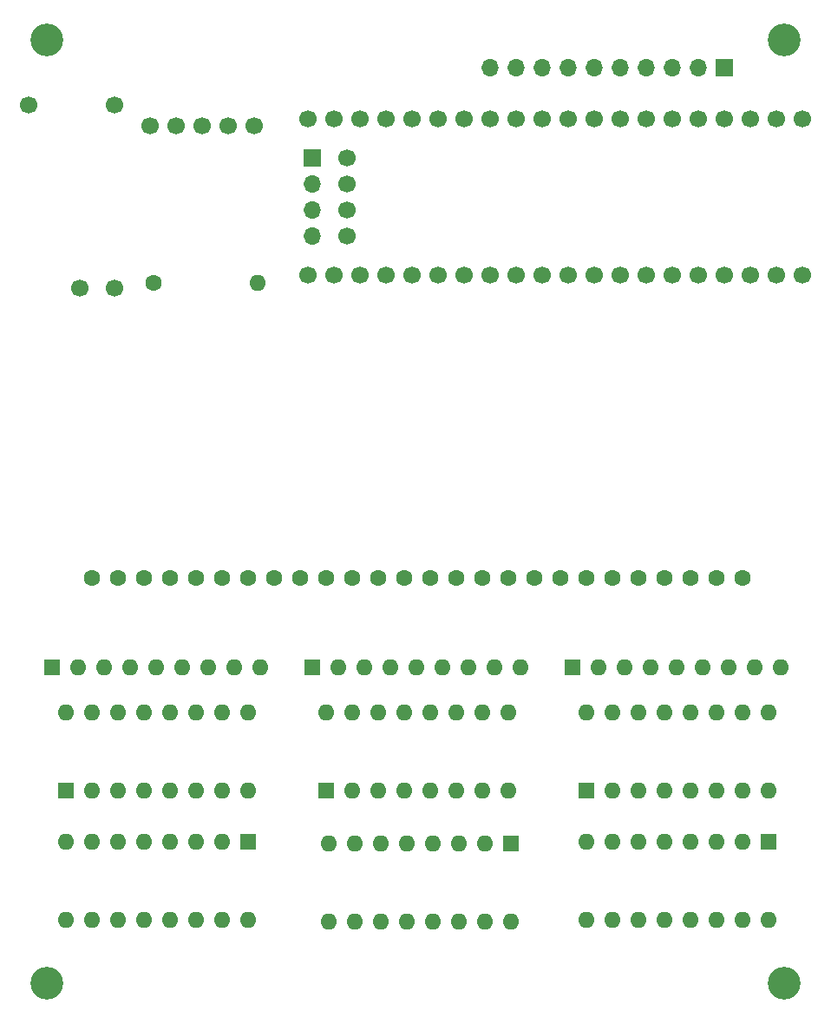
<source format=gbr>
%TF.GenerationSoftware,KiCad,Pcbnew,8.0.4*%
%TF.CreationDate,2024-08-28T21:50:12+12:00*%
%TF.ProjectId,OperationBaldr,4f706572-6174-4696-9f6e-42616c64722e,0.1.1*%
%TF.SameCoordinates,Original*%
%TF.FileFunction,Soldermask,Top*%
%TF.FilePolarity,Negative*%
%FSLAX46Y46*%
G04 Gerber Fmt 4.6, Leading zero omitted, Abs format (unit mm)*
G04 Created by KiCad (PCBNEW 8.0.4) date 2024-08-28 21:50:12*
%MOMM*%
%LPD*%
G01*
G04 APERTURE LIST*
%ADD10C,1.700000*%
%ADD11C,3.200000*%
%ADD12R,1.600000X1.600000*%
%ADD13O,1.600000X1.600000*%
%ADD14C,1.600000*%
%ADD15R,1.700000X1.700000*%
%ADD16O,1.700000X1.700000*%
G04 APERTURE END LIST*
D10*
%TO.C,U2*%
X188740000Y-53650000D03*
X186200000Y-53650000D03*
X183660000Y-53650000D03*
X181120000Y-53650000D03*
X178580000Y-53650000D03*
X176040000Y-53650000D03*
X173500000Y-53650000D03*
X170960000Y-53650000D03*
X168420000Y-53650000D03*
X165880000Y-53650000D03*
X163340000Y-53650000D03*
X160800000Y-53650000D03*
X158260000Y-53650000D03*
X155720000Y-53650000D03*
X153180000Y-53650000D03*
X150640000Y-53650000D03*
X148100000Y-53650000D03*
X145560000Y-53650000D03*
X143020000Y-53650000D03*
X140480000Y-53650000D03*
X140480000Y-68890000D03*
X143020000Y-68890000D03*
X145560000Y-68890000D03*
X148100000Y-68890000D03*
X150640000Y-68890000D03*
X153180000Y-68890000D03*
X155720000Y-68890000D03*
X158260000Y-68890000D03*
X160800000Y-68890000D03*
X163340000Y-68890000D03*
X165880000Y-68890000D03*
X168420000Y-68890000D03*
X170960000Y-68890000D03*
X173500000Y-68890000D03*
X176040000Y-68890000D03*
X178580000Y-68890000D03*
X181120000Y-68890000D03*
X183660000Y-68890000D03*
X186200000Y-68890000D03*
X188740000Y-68890000D03*
X144290000Y-57460000D03*
X144290000Y-60000000D03*
X144290000Y-62540000D03*
X144290000Y-65080000D03*
%TD*%
D11*
%TO.C,H1*%
X115000000Y-46000000D03*
%TD*%
D12*
%TO.C,U4*%
X116830000Y-119200000D03*
D13*
X119370000Y-119200000D03*
X121910000Y-119200000D03*
X124450000Y-119200000D03*
X126990000Y-119200000D03*
X129530000Y-119200000D03*
X132070000Y-119200000D03*
X134610000Y-119200000D03*
X134610000Y-111580000D03*
X132070000Y-111580000D03*
X129530000Y-111580000D03*
X126990000Y-111580000D03*
X124450000Y-111580000D03*
X121910000Y-111580000D03*
X119370000Y-111580000D03*
X116830000Y-111580000D03*
%TD*%
D11*
%TO.C,H2*%
X187000000Y-46000000D03*
%TD*%
D14*
%TO.C,U10*%
X119380000Y-98425000D03*
X121920000Y-98425000D03*
X124460000Y-98425000D03*
X127000000Y-98425000D03*
X129540000Y-98425000D03*
X132080000Y-98425000D03*
X134620000Y-98425000D03*
X137160000Y-98425000D03*
X139700000Y-98425000D03*
X142240000Y-98425000D03*
X144780000Y-98425000D03*
X147320000Y-98425000D03*
X149860000Y-98425000D03*
X152400000Y-98425000D03*
X154940000Y-98425000D03*
X157480000Y-98425000D03*
X160020000Y-98425000D03*
X162560000Y-98425000D03*
X165100000Y-98425000D03*
X167640000Y-98425000D03*
X170180000Y-98425000D03*
X172720000Y-98425000D03*
X175260000Y-98425000D03*
X177800000Y-98425000D03*
X180340000Y-98425000D03*
X182880000Y-98425000D03*
%TD*%
%TO.C,R1*%
X125400000Y-69710000D03*
D13*
X135560000Y-69710000D03*
%TD*%
D12*
%TO.C,U8*%
X185410000Y-124200000D03*
D13*
X182870000Y-124200000D03*
X180330000Y-124200000D03*
X177790000Y-124200000D03*
X175250000Y-124200000D03*
X172710000Y-124200000D03*
X170170000Y-124200000D03*
X167630000Y-124200000D03*
X167630000Y-131820000D03*
X170170000Y-131820000D03*
X172710000Y-131820000D03*
X175250000Y-131820000D03*
X177790000Y-131820000D03*
X180330000Y-131820000D03*
X182870000Y-131820000D03*
X185410000Y-131820000D03*
%TD*%
D10*
%TO.C,U3*%
X135260000Y-54330000D03*
X132720000Y-54330000D03*
X130180000Y-54330000D03*
X127640000Y-54330000D03*
X125100000Y-54330000D03*
%TD*%
D11*
%TO.C,H3*%
X115000000Y-138000000D03*
%TD*%
D12*
%TO.C,RN3*%
X115555000Y-107200000D03*
D13*
X118095000Y-107200000D03*
X120635000Y-107200000D03*
X123175000Y-107200000D03*
X125715000Y-107200000D03*
X128255000Y-107200000D03*
X130795000Y-107200000D03*
X133335000Y-107200000D03*
X135875000Y-107200000D03*
%TD*%
D12*
%TO.C,U5*%
X142230000Y-119200000D03*
D13*
X144770000Y-119200000D03*
X147310000Y-119200000D03*
X149850000Y-119200000D03*
X152390000Y-119200000D03*
X154930000Y-119200000D03*
X157470000Y-119200000D03*
X160010000Y-119200000D03*
X160010000Y-111580000D03*
X157470000Y-111580000D03*
X154930000Y-111580000D03*
X152390000Y-111580000D03*
X149850000Y-111580000D03*
X147310000Y-111580000D03*
X144770000Y-111580000D03*
X142230000Y-111580000D03*
%TD*%
D12*
%TO.C,RN1*%
X166355000Y-107200000D03*
D13*
X168895000Y-107200000D03*
X171435000Y-107200000D03*
X173975000Y-107200000D03*
X176515000Y-107200000D03*
X179055000Y-107200000D03*
X181595000Y-107200000D03*
X184135000Y-107200000D03*
X186675000Y-107200000D03*
%TD*%
D12*
%TO.C,U6*%
X134610000Y-124200000D03*
D13*
X132070000Y-124200000D03*
X129530000Y-124200000D03*
X126990000Y-124200000D03*
X124450000Y-124200000D03*
X121910000Y-124200000D03*
X119370000Y-124200000D03*
X116830000Y-124200000D03*
X116830000Y-131820000D03*
X119370000Y-131820000D03*
X121910000Y-131820000D03*
X124450000Y-131820000D03*
X126990000Y-131820000D03*
X129530000Y-131820000D03*
X132070000Y-131820000D03*
X134610000Y-131820000D03*
%TD*%
D10*
%TO.C,U1*%
X118255000Y-70210000D03*
X121605000Y-70210000D03*
X121605000Y-52310000D03*
X113215000Y-52310000D03*
%TD*%
D12*
%TO.C,U7*%
X160340000Y-124400000D03*
D13*
X157800000Y-124400000D03*
X155260000Y-124400000D03*
X152720000Y-124400000D03*
X150180000Y-124400000D03*
X147640000Y-124400000D03*
X145100000Y-124400000D03*
X142560000Y-124400000D03*
X142560000Y-132020000D03*
X145100000Y-132020000D03*
X147640000Y-132020000D03*
X150180000Y-132020000D03*
X152720000Y-132020000D03*
X155260000Y-132020000D03*
X157800000Y-132020000D03*
X160340000Y-132020000D03*
%TD*%
D11*
%TO.C,H4*%
X187000000Y-138000000D03*
%TD*%
D12*
%TO.C,U9*%
X167630000Y-119200000D03*
D13*
X170170000Y-119200000D03*
X172710000Y-119200000D03*
X175250000Y-119200000D03*
X177790000Y-119200000D03*
X180330000Y-119200000D03*
X182870000Y-119200000D03*
X185410000Y-119200000D03*
X185410000Y-111580000D03*
X182870000Y-111580000D03*
X180330000Y-111580000D03*
X177790000Y-111580000D03*
X175250000Y-111580000D03*
X172710000Y-111580000D03*
X170170000Y-111580000D03*
X167630000Y-111580000D03*
%TD*%
D12*
%TO.C,RN2*%
X140955000Y-107200000D03*
D13*
X143495000Y-107200000D03*
X146035000Y-107200000D03*
X148575000Y-107200000D03*
X151115000Y-107200000D03*
X153655000Y-107200000D03*
X156195000Y-107200000D03*
X158735000Y-107200000D03*
X161275000Y-107200000D03*
%TD*%
D15*
%TO.C,J1*%
X181100000Y-48710000D03*
D16*
X178560000Y-48710000D03*
X176020000Y-48710000D03*
X173480000Y-48710000D03*
X170940000Y-48710000D03*
X168400000Y-48710000D03*
X165860000Y-48710000D03*
X163320000Y-48710000D03*
X160780000Y-48710000D03*
X158240000Y-48710000D03*
%TD*%
D15*
%TO.C,J2*%
X140955000Y-57450000D03*
D16*
X140955000Y-59990000D03*
X140955000Y-62530000D03*
X140955000Y-65070000D03*
%TD*%
M02*

</source>
